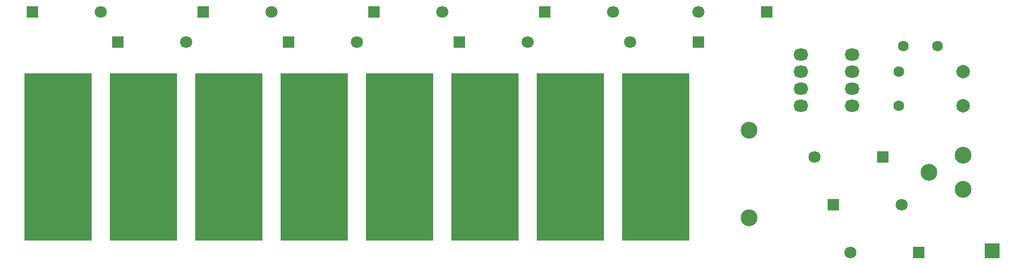
<source format=gts>
G04 #@! TF.FileFunction,Soldermask,Top*
%FSLAX46Y46*%
G04 Gerber Fmt 4.6, Leading zero omitted, Abs format (unit mm)*
G04 Created by KiCad (PCBNEW 4.0.1-stable) date 2016/10/28 19:38:33*
%MOMM*%
G01*
G04 APERTURE LIST*
%ADD10C,0.100000*%
%ADD11C,2.500000*%
%ADD12O,2.200000X1.800000*%
%ADD13R,10.000000X25.000000*%
%ADD14C,1.600000*%
%ADD15C,1.800000*%
%ADD16R,1.800000X1.800000*%
%ADD17C,2.000000*%
%ADD18R,2.200000X2.200000*%
G04 APERTURE END LIST*
D10*
D11*
X182755000Y-107630000D03*
X182755000Y-94630000D03*
D12*
X198030000Y-88430000D03*
X198030000Y-90970000D03*
X198030000Y-85890000D03*
X198030000Y-83350000D03*
X190410000Y-83350000D03*
X190410000Y-85890000D03*
X190410000Y-88430000D03*
X190410000Y-90970000D03*
D13*
X118020000Y-98590000D03*
X105320000Y-98590000D03*
X130720000Y-98590000D03*
X143420000Y-98590000D03*
X92620000Y-98590000D03*
X79920000Y-98590000D03*
X156120000Y-98590000D03*
X168820000Y-98590000D03*
D14*
X205015000Y-85890000D03*
X205015000Y-90970000D03*
X205650000Y-82080000D03*
X210730000Y-82080000D03*
D15*
X197776000Y-112814000D03*
D16*
X207936000Y-112814000D03*
D15*
X205396000Y-105702000D03*
D16*
X195236000Y-105702000D03*
D15*
X192442000Y-98590000D03*
D16*
X202602000Y-98590000D03*
D15*
X165010000Y-81445000D03*
D16*
X175170000Y-81445000D03*
D15*
X175170000Y-77000000D03*
D16*
X185330000Y-77000000D03*
D15*
X162470000Y-77000000D03*
D16*
X152310000Y-77000000D03*
D15*
X149770000Y-81445000D03*
D16*
X139610000Y-81445000D03*
D15*
X137070000Y-77000000D03*
D16*
X126910000Y-77000000D03*
D15*
X124370000Y-81445000D03*
D16*
X114210000Y-81445000D03*
D15*
X111670000Y-77000000D03*
D16*
X101510000Y-77000000D03*
D15*
X98970000Y-81445000D03*
D16*
X88810000Y-81445000D03*
D15*
X86270000Y-77000000D03*
D16*
X76110000Y-77000000D03*
D11*
X209460000Y-100876000D03*
X214540000Y-98336000D03*
X214540000Y-103416000D03*
D17*
X214540000Y-85890000D03*
X214540000Y-90970000D03*
D18*
X218858000Y-112560000D03*
M02*

</source>
